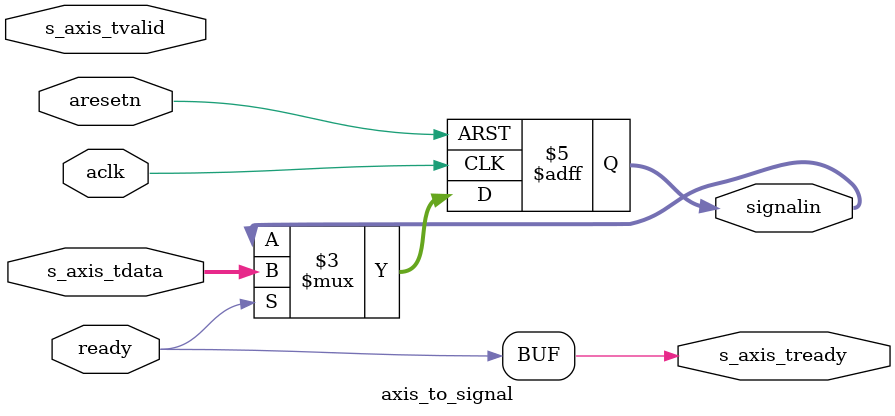
<source format=v>
`timescale 1ns / 1ps


module axis_to_signal (
    input  wire         aclk,
    input  wire         aresetn,
    input  wire [15:0]  s_axis_tdata,
    input  wire         s_axis_tvalid,
    input  wire         ready,
    output wire         s_axis_tready,
    output reg  [15:0]  signalin
);

    assign s_axis_tready = ready;

    always @(posedge aclk or negedge aresetn) begin
        if (!aresetn) begin
            signalin <= 16'b0;
        end else begin
            if (ready) begin
                signalin <= s_axis_tdata;
            end
        end
    end

endmodule
</source>
